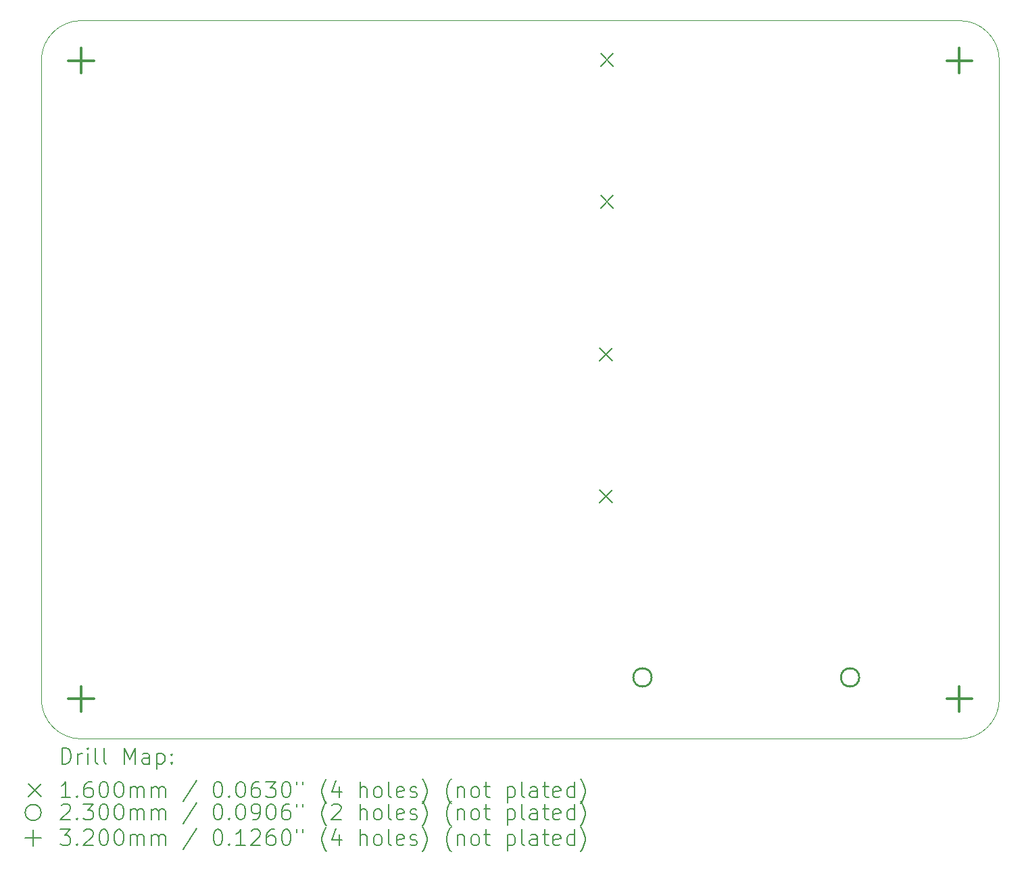
<source format=gbr>
%TF.GenerationSoftware,KiCad,Pcbnew,8.0.3*%
%TF.CreationDate,2024-07-10T23:22:49+09:00*%
%TF.ProjectId,power_6.6V,706f7765-725f-4362-9e36-562e6b696361,rev?*%
%TF.SameCoordinates,PX47868c0PY2faf080*%
%TF.FileFunction,Drillmap*%
%TF.FilePolarity,Positive*%
%FSLAX45Y45*%
G04 Gerber Fmt 4.5, Leading zero omitted, Abs format (unit mm)*
G04 Created by KiCad (PCBNEW 8.0.3) date 2024-07-10 23:22:49*
%MOMM*%
%LPD*%
G01*
G04 APERTURE LIST*
%ADD10C,0.050000*%
%ADD11C,0.200000*%
%ADD12C,0.160000*%
%ADD13C,0.230000*%
%ADD14C,0.320000*%
G04 APERTURE END LIST*
D10*
X12000000Y-8500000D02*
X12000000Y-500000D01*
X11500000Y0D02*
G75*
G02*
X12000000Y-500000I0J-500000D01*
G01*
X500000Y0D02*
X11500000Y0D01*
X0Y-8500000D02*
X0Y-500000D01*
X500000Y-9000000D02*
X11500000Y-9000000D01*
X0Y-500000D02*
G75*
G02*
X500000Y0I500000J0D01*
G01*
X12000000Y-8500000D02*
G75*
G02*
X11500000Y-9000000I-500000J0D01*
G01*
X500000Y-9000000D02*
G75*
G02*
X0Y-8500000I0J500000D01*
G01*
D11*
D12*
X6995000Y-4100000D02*
X7155000Y-4260000D01*
X7155000Y-4100000D02*
X6995000Y-4260000D01*
X6995000Y-5880000D02*
X7155000Y-6040000D01*
X7155000Y-5880000D02*
X6995000Y-6040000D01*
X7005000Y-410000D02*
X7165000Y-570000D01*
X7165000Y-410000D02*
X7005000Y-570000D01*
X7005000Y-2190000D02*
X7165000Y-2350000D01*
X7165000Y-2190000D02*
X7005000Y-2350000D01*
D13*
X7645000Y-8230000D02*
G75*
G02*
X7415000Y-8230000I-115000J0D01*
G01*
X7415000Y-8230000D02*
G75*
G02*
X7645000Y-8230000I115000J0D01*
G01*
X10245000Y-8230000D02*
G75*
G02*
X10015000Y-8230000I-115000J0D01*
G01*
X10015000Y-8230000D02*
G75*
G02*
X10245000Y-8230000I115000J0D01*
G01*
D14*
X500000Y-340000D02*
X500000Y-660000D01*
X340000Y-500000D02*
X660000Y-500000D01*
X500000Y-8340000D02*
X500000Y-8660000D01*
X340000Y-8500000D02*
X660000Y-8500000D01*
X11500000Y-340000D02*
X11500000Y-660000D01*
X11340000Y-500000D02*
X11660000Y-500000D01*
X11500000Y-8340000D02*
X11500000Y-8660000D01*
X11340000Y-8500000D02*
X11660000Y-8500000D01*
D11*
X258277Y-9313984D02*
X258277Y-9113984D01*
X258277Y-9113984D02*
X305896Y-9113984D01*
X305896Y-9113984D02*
X334467Y-9123508D01*
X334467Y-9123508D02*
X353515Y-9142555D01*
X353515Y-9142555D02*
X363039Y-9161603D01*
X363039Y-9161603D02*
X372562Y-9199698D01*
X372562Y-9199698D02*
X372562Y-9228270D01*
X372562Y-9228270D02*
X363039Y-9266365D01*
X363039Y-9266365D02*
X353515Y-9285412D01*
X353515Y-9285412D02*
X334467Y-9304460D01*
X334467Y-9304460D02*
X305896Y-9313984D01*
X305896Y-9313984D02*
X258277Y-9313984D01*
X458277Y-9313984D02*
X458277Y-9180650D01*
X458277Y-9218746D02*
X467801Y-9199698D01*
X467801Y-9199698D02*
X477324Y-9190174D01*
X477324Y-9190174D02*
X496372Y-9180650D01*
X496372Y-9180650D02*
X515420Y-9180650D01*
X582086Y-9313984D02*
X582086Y-9180650D01*
X582086Y-9113984D02*
X572563Y-9123508D01*
X572563Y-9123508D02*
X582086Y-9133031D01*
X582086Y-9133031D02*
X591610Y-9123508D01*
X591610Y-9123508D02*
X582086Y-9113984D01*
X582086Y-9113984D02*
X582086Y-9133031D01*
X705896Y-9313984D02*
X686848Y-9304460D01*
X686848Y-9304460D02*
X677324Y-9285412D01*
X677324Y-9285412D02*
X677324Y-9113984D01*
X810658Y-9313984D02*
X791610Y-9304460D01*
X791610Y-9304460D02*
X782086Y-9285412D01*
X782086Y-9285412D02*
X782086Y-9113984D01*
X1039229Y-9313984D02*
X1039229Y-9113984D01*
X1039229Y-9113984D02*
X1105896Y-9256841D01*
X1105896Y-9256841D02*
X1172563Y-9113984D01*
X1172563Y-9113984D02*
X1172563Y-9313984D01*
X1353515Y-9313984D02*
X1353515Y-9209222D01*
X1353515Y-9209222D02*
X1343991Y-9190174D01*
X1343991Y-9190174D02*
X1324944Y-9180650D01*
X1324944Y-9180650D02*
X1286848Y-9180650D01*
X1286848Y-9180650D02*
X1267801Y-9190174D01*
X1353515Y-9304460D02*
X1334467Y-9313984D01*
X1334467Y-9313984D02*
X1286848Y-9313984D01*
X1286848Y-9313984D02*
X1267801Y-9304460D01*
X1267801Y-9304460D02*
X1258277Y-9285412D01*
X1258277Y-9285412D02*
X1258277Y-9266365D01*
X1258277Y-9266365D02*
X1267801Y-9247317D01*
X1267801Y-9247317D02*
X1286848Y-9237793D01*
X1286848Y-9237793D02*
X1334467Y-9237793D01*
X1334467Y-9237793D02*
X1353515Y-9228270D01*
X1448753Y-9180650D02*
X1448753Y-9380650D01*
X1448753Y-9190174D02*
X1467801Y-9180650D01*
X1467801Y-9180650D02*
X1505896Y-9180650D01*
X1505896Y-9180650D02*
X1524943Y-9190174D01*
X1524943Y-9190174D02*
X1534467Y-9199698D01*
X1534467Y-9199698D02*
X1543991Y-9218746D01*
X1543991Y-9218746D02*
X1543991Y-9275889D01*
X1543991Y-9275889D02*
X1534467Y-9294936D01*
X1534467Y-9294936D02*
X1524943Y-9304460D01*
X1524943Y-9304460D02*
X1505896Y-9313984D01*
X1505896Y-9313984D02*
X1467801Y-9313984D01*
X1467801Y-9313984D02*
X1448753Y-9304460D01*
X1629705Y-9294936D02*
X1639229Y-9304460D01*
X1639229Y-9304460D02*
X1629705Y-9313984D01*
X1629705Y-9313984D02*
X1620182Y-9304460D01*
X1620182Y-9304460D02*
X1629705Y-9294936D01*
X1629705Y-9294936D02*
X1629705Y-9313984D01*
X1629705Y-9190174D02*
X1639229Y-9199698D01*
X1639229Y-9199698D02*
X1629705Y-9209222D01*
X1629705Y-9209222D02*
X1620182Y-9199698D01*
X1620182Y-9199698D02*
X1629705Y-9190174D01*
X1629705Y-9190174D02*
X1629705Y-9209222D01*
D12*
X-162500Y-9562500D02*
X-2500Y-9722500D01*
X-2500Y-9562500D02*
X-162500Y-9722500D01*
D11*
X363039Y-9733984D02*
X248753Y-9733984D01*
X305896Y-9733984D02*
X305896Y-9533984D01*
X305896Y-9533984D02*
X286848Y-9562555D01*
X286848Y-9562555D02*
X267801Y-9581603D01*
X267801Y-9581603D02*
X248753Y-9591127D01*
X448753Y-9714936D02*
X458277Y-9724460D01*
X458277Y-9724460D02*
X448753Y-9733984D01*
X448753Y-9733984D02*
X439229Y-9724460D01*
X439229Y-9724460D02*
X448753Y-9714936D01*
X448753Y-9714936D02*
X448753Y-9733984D01*
X629705Y-9533984D02*
X591610Y-9533984D01*
X591610Y-9533984D02*
X572563Y-9543508D01*
X572563Y-9543508D02*
X563039Y-9553031D01*
X563039Y-9553031D02*
X543991Y-9581603D01*
X543991Y-9581603D02*
X534467Y-9619698D01*
X534467Y-9619698D02*
X534467Y-9695889D01*
X534467Y-9695889D02*
X543991Y-9714936D01*
X543991Y-9714936D02*
X553515Y-9724460D01*
X553515Y-9724460D02*
X572563Y-9733984D01*
X572563Y-9733984D02*
X610658Y-9733984D01*
X610658Y-9733984D02*
X629705Y-9724460D01*
X629705Y-9724460D02*
X639229Y-9714936D01*
X639229Y-9714936D02*
X648753Y-9695889D01*
X648753Y-9695889D02*
X648753Y-9648270D01*
X648753Y-9648270D02*
X639229Y-9629222D01*
X639229Y-9629222D02*
X629705Y-9619698D01*
X629705Y-9619698D02*
X610658Y-9610174D01*
X610658Y-9610174D02*
X572563Y-9610174D01*
X572563Y-9610174D02*
X553515Y-9619698D01*
X553515Y-9619698D02*
X543991Y-9629222D01*
X543991Y-9629222D02*
X534467Y-9648270D01*
X772562Y-9533984D02*
X791610Y-9533984D01*
X791610Y-9533984D02*
X810658Y-9543508D01*
X810658Y-9543508D02*
X820182Y-9553031D01*
X820182Y-9553031D02*
X829705Y-9572079D01*
X829705Y-9572079D02*
X839229Y-9610174D01*
X839229Y-9610174D02*
X839229Y-9657793D01*
X839229Y-9657793D02*
X829705Y-9695889D01*
X829705Y-9695889D02*
X820182Y-9714936D01*
X820182Y-9714936D02*
X810658Y-9724460D01*
X810658Y-9724460D02*
X791610Y-9733984D01*
X791610Y-9733984D02*
X772562Y-9733984D01*
X772562Y-9733984D02*
X753515Y-9724460D01*
X753515Y-9724460D02*
X743991Y-9714936D01*
X743991Y-9714936D02*
X734467Y-9695889D01*
X734467Y-9695889D02*
X724943Y-9657793D01*
X724943Y-9657793D02*
X724943Y-9610174D01*
X724943Y-9610174D02*
X734467Y-9572079D01*
X734467Y-9572079D02*
X743991Y-9553031D01*
X743991Y-9553031D02*
X753515Y-9543508D01*
X753515Y-9543508D02*
X772562Y-9533984D01*
X963039Y-9533984D02*
X982086Y-9533984D01*
X982086Y-9533984D02*
X1001134Y-9543508D01*
X1001134Y-9543508D02*
X1010658Y-9553031D01*
X1010658Y-9553031D02*
X1020182Y-9572079D01*
X1020182Y-9572079D02*
X1029705Y-9610174D01*
X1029705Y-9610174D02*
X1029705Y-9657793D01*
X1029705Y-9657793D02*
X1020182Y-9695889D01*
X1020182Y-9695889D02*
X1010658Y-9714936D01*
X1010658Y-9714936D02*
X1001134Y-9724460D01*
X1001134Y-9724460D02*
X982086Y-9733984D01*
X982086Y-9733984D02*
X963039Y-9733984D01*
X963039Y-9733984D02*
X943991Y-9724460D01*
X943991Y-9724460D02*
X934467Y-9714936D01*
X934467Y-9714936D02*
X924943Y-9695889D01*
X924943Y-9695889D02*
X915420Y-9657793D01*
X915420Y-9657793D02*
X915420Y-9610174D01*
X915420Y-9610174D02*
X924943Y-9572079D01*
X924943Y-9572079D02*
X934467Y-9553031D01*
X934467Y-9553031D02*
X943991Y-9543508D01*
X943991Y-9543508D02*
X963039Y-9533984D01*
X1115420Y-9733984D02*
X1115420Y-9600650D01*
X1115420Y-9619698D02*
X1124944Y-9610174D01*
X1124944Y-9610174D02*
X1143991Y-9600650D01*
X1143991Y-9600650D02*
X1172563Y-9600650D01*
X1172563Y-9600650D02*
X1191610Y-9610174D01*
X1191610Y-9610174D02*
X1201134Y-9629222D01*
X1201134Y-9629222D02*
X1201134Y-9733984D01*
X1201134Y-9629222D02*
X1210658Y-9610174D01*
X1210658Y-9610174D02*
X1229705Y-9600650D01*
X1229705Y-9600650D02*
X1258277Y-9600650D01*
X1258277Y-9600650D02*
X1277325Y-9610174D01*
X1277325Y-9610174D02*
X1286848Y-9629222D01*
X1286848Y-9629222D02*
X1286848Y-9733984D01*
X1382086Y-9733984D02*
X1382086Y-9600650D01*
X1382086Y-9619698D02*
X1391610Y-9610174D01*
X1391610Y-9610174D02*
X1410658Y-9600650D01*
X1410658Y-9600650D02*
X1439229Y-9600650D01*
X1439229Y-9600650D02*
X1458277Y-9610174D01*
X1458277Y-9610174D02*
X1467801Y-9629222D01*
X1467801Y-9629222D02*
X1467801Y-9733984D01*
X1467801Y-9629222D02*
X1477324Y-9610174D01*
X1477324Y-9610174D02*
X1496372Y-9600650D01*
X1496372Y-9600650D02*
X1524943Y-9600650D01*
X1524943Y-9600650D02*
X1543991Y-9610174D01*
X1543991Y-9610174D02*
X1553515Y-9629222D01*
X1553515Y-9629222D02*
X1553515Y-9733984D01*
X1943991Y-9524460D02*
X1772563Y-9781603D01*
X2201134Y-9533984D02*
X2220182Y-9533984D01*
X2220182Y-9533984D02*
X2239229Y-9543508D01*
X2239229Y-9543508D02*
X2248753Y-9553031D01*
X2248753Y-9553031D02*
X2258277Y-9572079D01*
X2258277Y-9572079D02*
X2267801Y-9610174D01*
X2267801Y-9610174D02*
X2267801Y-9657793D01*
X2267801Y-9657793D02*
X2258277Y-9695889D01*
X2258277Y-9695889D02*
X2248753Y-9714936D01*
X2248753Y-9714936D02*
X2239229Y-9724460D01*
X2239229Y-9724460D02*
X2220182Y-9733984D01*
X2220182Y-9733984D02*
X2201134Y-9733984D01*
X2201134Y-9733984D02*
X2182087Y-9724460D01*
X2182087Y-9724460D02*
X2172563Y-9714936D01*
X2172563Y-9714936D02*
X2163039Y-9695889D01*
X2163039Y-9695889D02*
X2153515Y-9657793D01*
X2153515Y-9657793D02*
X2153515Y-9610174D01*
X2153515Y-9610174D02*
X2163039Y-9572079D01*
X2163039Y-9572079D02*
X2172563Y-9553031D01*
X2172563Y-9553031D02*
X2182087Y-9543508D01*
X2182087Y-9543508D02*
X2201134Y-9533984D01*
X2353515Y-9714936D02*
X2363039Y-9724460D01*
X2363039Y-9724460D02*
X2353515Y-9733984D01*
X2353515Y-9733984D02*
X2343991Y-9724460D01*
X2343991Y-9724460D02*
X2353515Y-9714936D01*
X2353515Y-9714936D02*
X2353515Y-9733984D01*
X2486848Y-9533984D02*
X2505896Y-9533984D01*
X2505896Y-9533984D02*
X2524944Y-9543508D01*
X2524944Y-9543508D02*
X2534468Y-9553031D01*
X2534468Y-9553031D02*
X2543991Y-9572079D01*
X2543991Y-9572079D02*
X2553515Y-9610174D01*
X2553515Y-9610174D02*
X2553515Y-9657793D01*
X2553515Y-9657793D02*
X2543991Y-9695889D01*
X2543991Y-9695889D02*
X2534468Y-9714936D01*
X2534468Y-9714936D02*
X2524944Y-9724460D01*
X2524944Y-9724460D02*
X2505896Y-9733984D01*
X2505896Y-9733984D02*
X2486848Y-9733984D01*
X2486848Y-9733984D02*
X2467801Y-9724460D01*
X2467801Y-9724460D02*
X2458277Y-9714936D01*
X2458277Y-9714936D02*
X2448753Y-9695889D01*
X2448753Y-9695889D02*
X2439229Y-9657793D01*
X2439229Y-9657793D02*
X2439229Y-9610174D01*
X2439229Y-9610174D02*
X2448753Y-9572079D01*
X2448753Y-9572079D02*
X2458277Y-9553031D01*
X2458277Y-9553031D02*
X2467801Y-9543508D01*
X2467801Y-9543508D02*
X2486848Y-9533984D01*
X2724944Y-9533984D02*
X2686848Y-9533984D01*
X2686848Y-9533984D02*
X2667801Y-9543508D01*
X2667801Y-9543508D02*
X2658277Y-9553031D01*
X2658277Y-9553031D02*
X2639229Y-9581603D01*
X2639229Y-9581603D02*
X2629706Y-9619698D01*
X2629706Y-9619698D02*
X2629706Y-9695889D01*
X2629706Y-9695889D02*
X2639229Y-9714936D01*
X2639229Y-9714936D02*
X2648753Y-9724460D01*
X2648753Y-9724460D02*
X2667801Y-9733984D01*
X2667801Y-9733984D02*
X2705896Y-9733984D01*
X2705896Y-9733984D02*
X2724944Y-9724460D01*
X2724944Y-9724460D02*
X2734468Y-9714936D01*
X2734468Y-9714936D02*
X2743991Y-9695889D01*
X2743991Y-9695889D02*
X2743991Y-9648270D01*
X2743991Y-9648270D02*
X2734468Y-9629222D01*
X2734468Y-9629222D02*
X2724944Y-9619698D01*
X2724944Y-9619698D02*
X2705896Y-9610174D01*
X2705896Y-9610174D02*
X2667801Y-9610174D01*
X2667801Y-9610174D02*
X2648753Y-9619698D01*
X2648753Y-9619698D02*
X2639229Y-9629222D01*
X2639229Y-9629222D02*
X2629706Y-9648270D01*
X2810658Y-9533984D02*
X2934467Y-9533984D01*
X2934467Y-9533984D02*
X2867801Y-9610174D01*
X2867801Y-9610174D02*
X2896372Y-9610174D01*
X2896372Y-9610174D02*
X2915420Y-9619698D01*
X2915420Y-9619698D02*
X2924944Y-9629222D01*
X2924944Y-9629222D02*
X2934467Y-9648270D01*
X2934467Y-9648270D02*
X2934467Y-9695889D01*
X2934467Y-9695889D02*
X2924944Y-9714936D01*
X2924944Y-9714936D02*
X2915420Y-9724460D01*
X2915420Y-9724460D02*
X2896372Y-9733984D01*
X2896372Y-9733984D02*
X2839229Y-9733984D01*
X2839229Y-9733984D02*
X2820182Y-9724460D01*
X2820182Y-9724460D02*
X2810658Y-9714936D01*
X3058277Y-9533984D02*
X3077325Y-9533984D01*
X3077325Y-9533984D02*
X3096372Y-9543508D01*
X3096372Y-9543508D02*
X3105896Y-9553031D01*
X3105896Y-9553031D02*
X3115420Y-9572079D01*
X3115420Y-9572079D02*
X3124944Y-9610174D01*
X3124944Y-9610174D02*
X3124944Y-9657793D01*
X3124944Y-9657793D02*
X3115420Y-9695889D01*
X3115420Y-9695889D02*
X3105896Y-9714936D01*
X3105896Y-9714936D02*
X3096372Y-9724460D01*
X3096372Y-9724460D02*
X3077325Y-9733984D01*
X3077325Y-9733984D02*
X3058277Y-9733984D01*
X3058277Y-9733984D02*
X3039229Y-9724460D01*
X3039229Y-9724460D02*
X3029706Y-9714936D01*
X3029706Y-9714936D02*
X3020182Y-9695889D01*
X3020182Y-9695889D02*
X3010658Y-9657793D01*
X3010658Y-9657793D02*
X3010658Y-9610174D01*
X3010658Y-9610174D02*
X3020182Y-9572079D01*
X3020182Y-9572079D02*
X3029706Y-9553031D01*
X3029706Y-9553031D02*
X3039229Y-9543508D01*
X3039229Y-9543508D02*
X3058277Y-9533984D01*
X3201134Y-9533984D02*
X3201134Y-9572079D01*
X3277325Y-9533984D02*
X3277325Y-9572079D01*
X3572563Y-9810174D02*
X3563039Y-9800650D01*
X3563039Y-9800650D02*
X3543991Y-9772079D01*
X3543991Y-9772079D02*
X3534468Y-9753031D01*
X3534468Y-9753031D02*
X3524944Y-9724460D01*
X3524944Y-9724460D02*
X3515420Y-9676841D01*
X3515420Y-9676841D02*
X3515420Y-9638746D01*
X3515420Y-9638746D02*
X3524944Y-9591127D01*
X3524944Y-9591127D02*
X3534468Y-9562555D01*
X3534468Y-9562555D02*
X3543991Y-9543508D01*
X3543991Y-9543508D02*
X3563039Y-9514936D01*
X3563039Y-9514936D02*
X3572563Y-9505412D01*
X3734468Y-9600650D02*
X3734468Y-9733984D01*
X3686848Y-9524460D02*
X3639229Y-9667317D01*
X3639229Y-9667317D02*
X3763039Y-9667317D01*
X3991610Y-9733984D02*
X3991610Y-9533984D01*
X4077325Y-9733984D02*
X4077325Y-9629222D01*
X4077325Y-9629222D02*
X4067801Y-9610174D01*
X4067801Y-9610174D02*
X4048753Y-9600650D01*
X4048753Y-9600650D02*
X4020182Y-9600650D01*
X4020182Y-9600650D02*
X4001134Y-9610174D01*
X4001134Y-9610174D02*
X3991610Y-9619698D01*
X4201134Y-9733984D02*
X4182087Y-9724460D01*
X4182087Y-9724460D02*
X4172563Y-9714936D01*
X4172563Y-9714936D02*
X4163039Y-9695889D01*
X4163039Y-9695889D02*
X4163039Y-9638746D01*
X4163039Y-9638746D02*
X4172563Y-9619698D01*
X4172563Y-9619698D02*
X4182087Y-9610174D01*
X4182087Y-9610174D02*
X4201134Y-9600650D01*
X4201134Y-9600650D02*
X4229706Y-9600650D01*
X4229706Y-9600650D02*
X4248753Y-9610174D01*
X4248753Y-9610174D02*
X4258277Y-9619698D01*
X4258277Y-9619698D02*
X4267801Y-9638746D01*
X4267801Y-9638746D02*
X4267801Y-9695889D01*
X4267801Y-9695889D02*
X4258277Y-9714936D01*
X4258277Y-9714936D02*
X4248753Y-9724460D01*
X4248753Y-9724460D02*
X4229706Y-9733984D01*
X4229706Y-9733984D02*
X4201134Y-9733984D01*
X4382087Y-9733984D02*
X4363039Y-9724460D01*
X4363039Y-9724460D02*
X4353515Y-9705412D01*
X4353515Y-9705412D02*
X4353515Y-9533984D01*
X4534468Y-9724460D02*
X4515420Y-9733984D01*
X4515420Y-9733984D02*
X4477325Y-9733984D01*
X4477325Y-9733984D02*
X4458277Y-9724460D01*
X4458277Y-9724460D02*
X4448753Y-9705412D01*
X4448753Y-9705412D02*
X4448753Y-9629222D01*
X4448753Y-9629222D02*
X4458277Y-9610174D01*
X4458277Y-9610174D02*
X4477325Y-9600650D01*
X4477325Y-9600650D02*
X4515420Y-9600650D01*
X4515420Y-9600650D02*
X4534468Y-9610174D01*
X4534468Y-9610174D02*
X4543992Y-9629222D01*
X4543992Y-9629222D02*
X4543992Y-9648270D01*
X4543992Y-9648270D02*
X4448753Y-9667317D01*
X4620182Y-9724460D02*
X4639230Y-9733984D01*
X4639230Y-9733984D02*
X4677325Y-9733984D01*
X4677325Y-9733984D02*
X4696373Y-9724460D01*
X4696373Y-9724460D02*
X4705896Y-9705412D01*
X4705896Y-9705412D02*
X4705896Y-9695889D01*
X4705896Y-9695889D02*
X4696373Y-9676841D01*
X4696373Y-9676841D02*
X4677325Y-9667317D01*
X4677325Y-9667317D02*
X4648753Y-9667317D01*
X4648753Y-9667317D02*
X4629706Y-9657793D01*
X4629706Y-9657793D02*
X4620182Y-9638746D01*
X4620182Y-9638746D02*
X4620182Y-9629222D01*
X4620182Y-9629222D02*
X4629706Y-9610174D01*
X4629706Y-9610174D02*
X4648753Y-9600650D01*
X4648753Y-9600650D02*
X4677325Y-9600650D01*
X4677325Y-9600650D02*
X4696373Y-9610174D01*
X4772563Y-9810174D02*
X4782087Y-9800650D01*
X4782087Y-9800650D02*
X4801134Y-9772079D01*
X4801134Y-9772079D02*
X4810658Y-9753031D01*
X4810658Y-9753031D02*
X4820182Y-9724460D01*
X4820182Y-9724460D02*
X4829706Y-9676841D01*
X4829706Y-9676841D02*
X4829706Y-9638746D01*
X4829706Y-9638746D02*
X4820182Y-9591127D01*
X4820182Y-9591127D02*
X4810658Y-9562555D01*
X4810658Y-9562555D02*
X4801134Y-9543508D01*
X4801134Y-9543508D02*
X4782087Y-9514936D01*
X4782087Y-9514936D02*
X4772563Y-9505412D01*
X5134468Y-9810174D02*
X5124944Y-9800650D01*
X5124944Y-9800650D02*
X5105896Y-9772079D01*
X5105896Y-9772079D02*
X5096373Y-9753031D01*
X5096373Y-9753031D02*
X5086849Y-9724460D01*
X5086849Y-9724460D02*
X5077325Y-9676841D01*
X5077325Y-9676841D02*
X5077325Y-9638746D01*
X5077325Y-9638746D02*
X5086849Y-9591127D01*
X5086849Y-9591127D02*
X5096373Y-9562555D01*
X5096373Y-9562555D02*
X5105896Y-9543508D01*
X5105896Y-9543508D02*
X5124944Y-9514936D01*
X5124944Y-9514936D02*
X5134468Y-9505412D01*
X5210658Y-9600650D02*
X5210658Y-9733984D01*
X5210658Y-9619698D02*
X5220182Y-9610174D01*
X5220182Y-9610174D02*
X5239230Y-9600650D01*
X5239230Y-9600650D02*
X5267801Y-9600650D01*
X5267801Y-9600650D02*
X5286849Y-9610174D01*
X5286849Y-9610174D02*
X5296373Y-9629222D01*
X5296373Y-9629222D02*
X5296373Y-9733984D01*
X5420182Y-9733984D02*
X5401134Y-9724460D01*
X5401134Y-9724460D02*
X5391611Y-9714936D01*
X5391611Y-9714936D02*
X5382087Y-9695889D01*
X5382087Y-9695889D02*
X5382087Y-9638746D01*
X5382087Y-9638746D02*
X5391611Y-9619698D01*
X5391611Y-9619698D02*
X5401134Y-9610174D01*
X5401134Y-9610174D02*
X5420182Y-9600650D01*
X5420182Y-9600650D02*
X5448754Y-9600650D01*
X5448754Y-9600650D02*
X5467801Y-9610174D01*
X5467801Y-9610174D02*
X5477325Y-9619698D01*
X5477325Y-9619698D02*
X5486849Y-9638746D01*
X5486849Y-9638746D02*
X5486849Y-9695889D01*
X5486849Y-9695889D02*
X5477325Y-9714936D01*
X5477325Y-9714936D02*
X5467801Y-9724460D01*
X5467801Y-9724460D02*
X5448754Y-9733984D01*
X5448754Y-9733984D02*
X5420182Y-9733984D01*
X5543992Y-9600650D02*
X5620182Y-9600650D01*
X5572563Y-9533984D02*
X5572563Y-9705412D01*
X5572563Y-9705412D02*
X5582087Y-9724460D01*
X5582087Y-9724460D02*
X5601134Y-9733984D01*
X5601134Y-9733984D02*
X5620182Y-9733984D01*
X5839230Y-9600650D02*
X5839230Y-9800650D01*
X5839230Y-9610174D02*
X5858277Y-9600650D01*
X5858277Y-9600650D02*
X5896373Y-9600650D01*
X5896373Y-9600650D02*
X5915420Y-9610174D01*
X5915420Y-9610174D02*
X5924944Y-9619698D01*
X5924944Y-9619698D02*
X5934468Y-9638746D01*
X5934468Y-9638746D02*
X5934468Y-9695889D01*
X5934468Y-9695889D02*
X5924944Y-9714936D01*
X5924944Y-9714936D02*
X5915420Y-9724460D01*
X5915420Y-9724460D02*
X5896373Y-9733984D01*
X5896373Y-9733984D02*
X5858277Y-9733984D01*
X5858277Y-9733984D02*
X5839230Y-9724460D01*
X6048753Y-9733984D02*
X6029706Y-9724460D01*
X6029706Y-9724460D02*
X6020182Y-9705412D01*
X6020182Y-9705412D02*
X6020182Y-9533984D01*
X6210658Y-9733984D02*
X6210658Y-9629222D01*
X6210658Y-9629222D02*
X6201134Y-9610174D01*
X6201134Y-9610174D02*
X6182087Y-9600650D01*
X6182087Y-9600650D02*
X6143992Y-9600650D01*
X6143992Y-9600650D02*
X6124944Y-9610174D01*
X6210658Y-9724460D02*
X6191611Y-9733984D01*
X6191611Y-9733984D02*
X6143992Y-9733984D01*
X6143992Y-9733984D02*
X6124944Y-9724460D01*
X6124944Y-9724460D02*
X6115420Y-9705412D01*
X6115420Y-9705412D02*
X6115420Y-9686365D01*
X6115420Y-9686365D02*
X6124944Y-9667317D01*
X6124944Y-9667317D02*
X6143992Y-9657793D01*
X6143992Y-9657793D02*
X6191611Y-9657793D01*
X6191611Y-9657793D02*
X6210658Y-9648270D01*
X6277325Y-9600650D02*
X6353515Y-9600650D01*
X6305896Y-9533984D02*
X6305896Y-9705412D01*
X6305896Y-9705412D02*
X6315420Y-9724460D01*
X6315420Y-9724460D02*
X6334468Y-9733984D01*
X6334468Y-9733984D02*
X6353515Y-9733984D01*
X6496373Y-9724460D02*
X6477325Y-9733984D01*
X6477325Y-9733984D02*
X6439230Y-9733984D01*
X6439230Y-9733984D02*
X6420182Y-9724460D01*
X6420182Y-9724460D02*
X6410658Y-9705412D01*
X6410658Y-9705412D02*
X6410658Y-9629222D01*
X6410658Y-9629222D02*
X6420182Y-9610174D01*
X6420182Y-9610174D02*
X6439230Y-9600650D01*
X6439230Y-9600650D02*
X6477325Y-9600650D01*
X6477325Y-9600650D02*
X6496373Y-9610174D01*
X6496373Y-9610174D02*
X6505896Y-9629222D01*
X6505896Y-9629222D02*
X6505896Y-9648270D01*
X6505896Y-9648270D02*
X6410658Y-9667317D01*
X6677325Y-9733984D02*
X6677325Y-9533984D01*
X6677325Y-9724460D02*
X6658277Y-9733984D01*
X6658277Y-9733984D02*
X6620182Y-9733984D01*
X6620182Y-9733984D02*
X6601134Y-9724460D01*
X6601134Y-9724460D02*
X6591611Y-9714936D01*
X6591611Y-9714936D02*
X6582087Y-9695889D01*
X6582087Y-9695889D02*
X6582087Y-9638746D01*
X6582087Y-9638746D02*
X6591611Y-9619698D01*
X6591611Y-9619698D02*
X6601134Y-9610174D01*
X6601134Y-9610174D02*
X6620182Y-9600650D01*
X6620182Y-9600650D02*
X6658277Y-9600650D01*
X6658277Y-9600650D02*
X6677325Y-9610174D01*
X6753515Y-9810174D02*
X6763039Y-9800650D01*
X6763039Y-9800650D02*
X6782087Y-9772079D01*
X6782087Y-9772079D02*
X6791611Y-9753031D01*
X6791611Y-9753031D02*
X6801134Y-9724460D01*
X6801134Y-9724460D02*
X6810658Y-9676841D01*
X6810658Y-9676841D02*
X6810658Y-9638746D01*
X6810658Y-9638746D02*
X6801134Y-9591127D01*
X6801134Y-9591127D02*
X6791611Y-9562555D01*
X6791611Y-9562555D02*
X6782087Y-9543508D01*
X6782087Y-9543508D02*
X6763039Y-9514936D01*
X6763039Y-9514936D02*
X6753515Y-9505412D01*
X-2500Y-9922500D02*
G75*
G02*
X-202500Y-9922500I-100000J0D01*
G01*
X-202500Y-9922500D02*
G75*
G02*
X-2500Y-9922500I100000J0D01*
G01*
X248753Y-9833031D02*
X258277Y-9823508D01*
X258277Y-9823508D02*
X277324Y-9813984D01*
X277324Y-9813984D02*
X324944Y-9813984D01*
X324944Y-9813984D02*
X343991Y-9823508D01*
X343991Y-9823508D02*
X353515Y-9833031D01*
X353515Y-9833031D02*
X363039Y-9852079D01*
X363039Y-9852079D02*
X363039Y-9871127D01*
X363039Y-9871127D02*
X353515Y-9899698D01*
X353515Y-9899698D02*
X239229Y-10013984D01*
X239229Y-10013984D02*
X363039Y-10013984D01*
X448753Y-9994936D02*
X458277Y-10004460D01*
X458277Y-10004460D02*
X448753Y-10013984D01*
X448753Y-10013984D02*
X439229Y-10004460D01*
X439229Y-10004460D02*
X448753Y-9994936D01*
X448753Y-9994936D02*
X448753Y-10013984D01*
X524944Y-9813984D02*
X648753Y-9813984D01*
X648753Y-9813984D02*
X582086Y-9890174D01*
X582086Y-9890174D02*
X610658Y-9890174D01*
X610658Y-9890174D02*
X629705Y-9899698D01*
X629705Y-9899698D02*
X639229Y-9909222D01*
X639229Y-9909222D02*
X648753Y-9928270D01*
X648753Y-9928270D02*
X648753Y-9975889D01*
X648753Y-9975889D02*
X639229Y-9994936D01*
X639229Y-9994936D02*
X629705Y-10004460D01*
X629705Y-10004460D02*
X610658Y-10013984D01*
X610658Y-10013984D02*
X553515Y-10013984D01*
X553515Y-10013984D02*
X534467Y-10004460D01*
X534467Y-10004460D02*
X524944Y-9994936D01*
X772562Y-9813984D02*
X791610Y-9813984D01*
X791610Y-9813984D02*
X810658Y-9823508D01*
X810658Y-9823508D02*
X820182Y-9833031D01*
X820182Y-9833031D02*
X829705Y-9852079D01*
X829705Y-9852079D02*
X839229Y-9890174D01*
X839229Y-9890174D02*
X839229Y-9937793D01*
X839229Y-9937793D02*
X829705Y-9975889D01*
X829705Y-9975889D02*
X820182Y-9994936D01*
X820182Y-9994936D02*
X810658Y-10004460D01*
X810658Y-10004460D02*
X791610Y-10013984D01*
X791610Y-10013984D02*
X772562Y-10013984D01*
X772562Y-10013984D02*
X753515Y-10004460D01*
X753515Y-10004460D02*
X743991Y-9994936D01*
X743991Y-9994936D02*
X734467Y-9975889D01*
X734467Y-9975889D02*
X724943Y-9937793D01*
X724943Y-9937793D02*
X724943Y-9890174D01*
X724943Y-9890174D02*
X734467Y-9852079D01*
X734467Y-9852079D02*
X743991Y-9833031D01*
X743991Y-9833031D02*
X753515Y-9823508D01*
X753515Y-9823508D02*
X772562Y-9813984D01*
X963039Y-9813984D02*
X982086Y-9813984D01*
X982086Y-9813984D02*
X1001134Y-9823508D01*
X1001134Y-9823508D02*
X1010658Y-9833031D01*
X1010658Y-9833031D02*
X1020182Y-9852079D01*
X1020182Y-9852079D02*
X1029705Y-9890174D01*
X1029705Y-9890174D02*
X1029705Y-9937793D01*
X1029705Y-9937793D02*
X1020182Y-9975889D01*
X1020182Y-9975889D02*
X1010658Y-9994936D01*
X1010658Y-9994936D02*
X1001134Y-10004460D01*
X1001134Y-10004460D02*
X982086Y-10013984D01*
X982086Y-10013984D02*
X963039Y-10013984D01*
X963039Y-10013984D02*
X943991Y-10004460D01*
X943991Y-10004460D02*
X934467Y-9994936D01*
X934467Y-9994936D02*
X924943Y-9975889D01*
X924943Y-9975889D02*
X915420Y-9937793D01*
X915420Y-9937793D02*
X915420Y-9890174D01*
X915420Y-9890174D02*
X924943Y-9852079D01*
X924943Y-9852079D02*
X934467Y-9833031D01*
X934467Y-9833031D02*
X943991Y-9823508D01*
X943991Y-9823508D02*
X963039Y-9813984D01*
X1115420Y-10013984D02*
X1115420Y-9880650D01*
X1115420Y-9899698D02*
X1124944Y-9890174D01*
X1124944Y-9890174D02*
X1143991Y-9880650D01*
X1143991Y-9880650D02*
X1172563Y-9880650D01*
X1172563Y-9880650D02*
X1191610Y-9890174D01*
X1191610Y-9890174D02*
X1201134Y-9909222D01*
X1201134Y-9909222D02*
X1201134Y-10013984D01*
X1201134Y-9909222D02*
X1210658Y-9890174D01*
X1210658Y-9890174D02*
X1229705Y-9880650D01*
X1229705Y-9880650D02*
X1258277Y-9880650D01*
X1258277Y-9880650D02*
X1277325Y-9890174D01*
X1277325Y-9890174D02*
X1286848Y-9909222D01*
X1286848Y-9909222D02*
X1286848Y-10013984D01*
X1382086Y-10013984D02*
X1382086Y-9880650D01*
X1382086Y-9899698D02*
X1391610Y-9890174D01*
X1391610Y-9890174D02*
X1410658Y-9880650D01*
X1410658Y-9880650D02*
X1439229Y-9880650D01*
X1439229Y-9880650D02*
X1458277Y-9890174D01*
X1458277Y-9890174D02*
X1467801Y-9909222D01*
X1467801Y-9909222D02*
X1467801Y-10013984D01*
X1467801Y-9909222D02*
X1477324Y-9890174D01*
X1477324Y-9890174D02*
X1496372Y-9880650D01*
X1496372Y-9880650D02*
X1524943Y-9880650D01*
X1524943Y-9880650D02*
X1543991Y-9890174D01*
X1543991Y-9890174D02*
X1553515Y-9909222D01*
X1553515Y-9909222D02*
X1553515Y-10013984D01*
X1943991Y-9804460D02*
X1772563Y-10061603D01*
X2201134Y-9813984D02*
X2220182Y-9813984D01*
X2220182Y-9813984D02*
X2239229Y-9823508D01*
X2239229Y-9823508D02*
X2248753Y-9833031D01*
X2248753Y-9833031D02*
X2258277Y-9852079D01*
X2258277Y-9852079D02*
X2267801Y-9890174D01*
X2267801Y-9890174D02*
X2267801Y-9937793D01*
X2267801Y-9937793D02*
X2258277Y-9975889D01*
X2258277Y-9975889D02*
X2248753Y-9994936D01*
X2248753Y-9994936D02*
X2239229Y-10004460D01*
X2239229Y-10004460D02*
X2220182Y-10013984D01*
X2220182Y-10013984D02*
X2201134Y-10013984D01*
X2201134Y-10013984D02*
X2182087Y-10004460D01*
X2182087Y-10004460D02*
X2172563Y-9994936D01*
X2172563Y-9994936D02*
X2163039Y-9975889D01*
X2163039Y-9975889D02*
X2153515Y-9937793D01*
X2153515Y-9937793D02*
X2153515Y-9890174D01*
X2153515Y-9890174D02*
X2163039Y-9852079D01*
X2163039Y-9852079D02*
X2172563Y-9833031D01*
X2172563Y-9833031D02*
X2182087Y-9823508D01*
X2182087Y-9823508D02*
X2201134Y-9813984D01*
X2353515Y-9994936D02*
X2363039Y-10004460D01*
X2363039Y-10004460D02*
X2353515Y-10013984D01*
X2353515Y-10013984D02*
X2343991Y-10004460D01*
X2343991Y-10004460D02*
X2353515Y-9994936D01*
X2353515Y-9994936D02*
X2353515Y-10013984D01*
X2486848Y-9813984D02*
X2505896Y-9813984D01*
X2505896Y-9813984D02*
X2524944Y-9823508D01*
X2524944Y-9823508D02*
X2534468Y-9833031D01*
X2534468Y-9833031D02*
X2543991Y-9852079D01*
X2543991Y-9852079D02*
X2553515Y-9890174D01*
X2553515Y-9890174D02*
X2553515Y-9937793D01*
X2553515Y-9937793D02*
X2543991Y-9975889D01*
X2543991Y-9975889D02*
X2534468Y-9994936D01*
X2534468Y-9994936D02*
X2524944Y-10004460D01*
X2524944Y-10004460D02*
X2505896Y-10013984D01*
X2505896Y-10013984D02*
X2486848Y-10013984D01*
X2486848Y-10013984D02*
X2467801Y-10004460D01*
X2467801Y-10004460D02*
X2458277Y-9994936D01*
X2458277Y-9994936D02*
X2448753Y-9975889D01*
X2448753Y-9975889D02*
X2439229Y-9937793D01*
X2439229Y-9937793D02*
X2439229Y-9890174D01*
X2439229Y-9890174D02*
X2448753Y-9852079D01*
X2448753Y-9852079D02*
X2458277Y-9833031D01*
X2458277Y-9833031D02*
X2467801Y-9823508D01*
X2467801Y-9823508D02*
X2486848Y-9813984D01*
X2648753Y-10013984D02*
X2686848Y-10013984D01*
X2686848Y-10013984D02*
X2705896Y-10004460D01*
X2705896Y-10004460D02*
X2715420Y-9994936D01*
X2715420Y-9994936D02*
X2734468Y-9966365D01*
X2734468Y-9966365D02*
X2743991Y-9928270D01*
X2743991Y-9928270D02*
X2743991Y-9852079D01*
X2743991Y-9852079D02*
X2734468Y-9833031D01*
X2734468Y-9833031D02*
X2724944Y-9823508D01*
X2724944Y-9823508D02*
X2705896Y-9813984D01*
X2705896Y-9813984D02*
X2667801Y-9813984D01*
X2667801Y-9813984D02*
X2648753Y-9823508D01*
X2648753Y-9823508D02*
X2639229Y-9833031D01*
X2639229Y-9833031D02*
X2629706Y-9852079D01*
X2629706Y-9852079D02*
X2629706Y-9899698D01*
X2629706Y-9899698D02*
X2639229Y-9918746D01*
X2639229Y-9918746D02*
X2648753Y-9928270D01*
X2648753Y-9928270D02*
X2667801Y-9937793D01*
X2667801Y-9937793D02*
X2705896Y-9937793D01*
X2705896Y-9937793D02*
X2724944Y-9928270D01*
X2724944Y-9928270D02*
X2734468Y-9918746D01*
X2734468Y-9918746D02*
X2743991Y-9899698D01*
X2867801Y-9813984D02*
X2886848Y-9813984D01*
X2886848Y-9813984D02*
X2905896Y-9823508D01*
X2905896Y-9823508D02*
X2915420Y-9833031D01*
X2915420Y-9833031D02*
X2924944Y-9852079D01*
X2924944Y-9852079D02*
X2934467Y-9890174D01*
X2934467Y-9890174D02*
X2934467Y-9937793D01*
X2934467Y-9937793D02*
X2924944Y-9975889D01*
X2924944Y-9975889D02*
X2915420Y-9994936D01*
X2915420Y-9994936D02*
X2905896Y-10004460D01*
X2905896Y-10004460D02*
X2886848Y-10013984D01*
X2886848Y-10013984D02*
X2867801Y-10013984D01*
X2867801Y-10013984D02*
X2848753Y-10004460D01*
X2848753Y-10004460D02*
X2839229Y-9994936D01*
X2839229Y-9994936D02*
X2829706Y-9975889D01*
X2829706Y-9975889D02*
X2820182Y-9937793D01*
X2820182Y-9937793D02*
X2820182Y-9890174D01*
X2820182Y-9890174D02*
X2829706Y-9852079D01*
X2829706Y-9852079D02*
X2839229Y-9833031D01*
X2839229Y-9833031D02*
X2848753Y-9823508D01*
X2848753Y-9823508D02*
X2867801Y-9813984D01*
X3105896Y-9813984D02*
X3067801Y-9813984D01*
X3067801Y-9813984D02*
X3048753Y-9823508D01*
X3048753Y-9823508D02*
X3039229Y-9833031D01*
X3039229Y-9833031D02*
X3020182Y-9861603D01*
X3020182Y-9861603D02*
X3010658Y-9899698D01*
X3010658Y-9899698D02*
X3010658Y-9975889D01*
X3010658Y-9975889D02*
X3020182Y-9994936D01*
X3020182Y-9994936D02*
X3029706Y-10004460D01*
X3029706Y-10004460D02*
X3048753Y-10013984D01*
X3048753Y-10013984D02*
X3086848Y-10013984D01*
X3086848Y-10013984D02*
X3105896Y-10004460D01*
X3105896Y-10004460D02*
X3115420Y-9994936D01*
X3115420Y-9994936D02*
X3124944Y-9975889D01*
X3124944Y-9975889D02*
X3124944Y-9928270D01*
X3124944Y-9928270D02*
X3115420Y-9909222D01*
X3115420Y-9909222D02*
X3105896Y-9899698D01*
X3105896Y-9899698D02*
X3086848Y-9890174D01*
X3086848Y-9890174D02*
X3048753Y-9890174D01*
X3048753Y-9890174D02*
X3029706Y-9899698D01*
X3029706Y-9899698D02*
X3020182Y-9909222D01*
X3020182Y-9909222D02*
X3010658Y-9928270D01*
X3201134Y-9813984D02*
X3201134Y-9852079D01*
X3277325Y-9813984D02*
X3277325Y-9852079D01*
X3572563Y-10090174D02*
X3563039Y-10080650D01*
X3563039Y-10080650D02*
X3543991Y-10052079D01*
X3543991Y-10052079D02*
X3534468Y-10033031D01*
X3534468Y-10033031D02*
X3524944Y-10004460D01*
X3524944Y-10004460D02*
X3515420Y-9956841D01*
X3515420Y-9956841D02*
X3515420Y-9918746D01*
X3515420Y-9918746D02*
X3524944Y-9871127D01*
X3524944Y-9871127D02*
X3534468Y-9842555D01*
X3534468Y-9842555D02*
X3543991Y-9823508D01*
X3543991Y-9823508D02*
X3563039Y-9794936D01*
X3563039Y-9794936D02*
X3572563Y-9785412D01*
X3639229Y-9833031D02*
X3648753Y-9823508D01*
X3648753Y-9823508D02*
X3667801Y-9813984D01*
X3667801Y-9813984D02*
X3715420Y-9813984D01*
X3715420Y-9813984D02*
X3734468Y-9823508D01*
X3734468Y-9823508D02*
X3743991Y-9833031D01*
X3743991Y-9833031D02*
X3753515Y-9852079D01*
X3753515Y-9852079D02*
X3753515Y-9871127D01*
X3753515Y-9871127D02*
X3743991Y-9899698D01*
X3743991Y-9899698D02*
X3629706Y-10013984D01*
X3629706Y-10013984D02*
X3753515Y-10013984D01*
X3991610Y-10013984D02*
X3991610Y-9813984D01*
X4077325Y-10013984D02*
X4077325Y-9909222D01*
X4077325Y-9909222D02*
X4067801Y-9890174D01*
X4067801Y-9890174D02*
X4048753Y-9880650D01*
X4048753Y-9880650D02*
X4020182Y-9880650D01*
X4020182Y-9880650D02*
X4001134Y-9890174D01*
X4001134Y-9890174D02*
X3991610Y-9899698D01*
X4201134Y-10013984D02*
X4182087Y-10004460D01*
X4182087Y-10004460D02*
X4172563Y-9994936D01*
X4172563Y-9994936D02*
X4163039Y-9975889D01*
X4163039Y-9975889D02*
X4163039Y-9918746D01*
X4163039Y-9918746D02*
X4172563Y-9899698D01*
X4172563Y-9899698D02*
X4182087Y-9890174D01*
X4182087Y-9890174D02*
X4201134Y-9880650D01*
X4201134Y-9880650D02*
X4229706Y-9880650D01*
X4229706Y-9880650D02*
X4248753Y-9890174D01*
X4248753Y-9890174D02*
X4258277Y-9899698D01*
X4258277Y-9899698D02*
X4267801Y-9918746D01*
X4267801Y-9918746D02*
X4267801Y-9975889D01*
X4267801Y-9975889D02*
X4258277Y-9994936D01*
X4258277Y-9994936D02*
X4248753Y-10004460D01*
X4248753Y-10004460D02*
X4229706Y-10013984D01*
X4229706Y-10013984D02*
X4201134Y-10013984D01*
X4382087Y-10013984D02*
X4363039Y-10004460D01*
X4363039Y-10004460D02*
X4353515Y-9985412D01*
X4353515Y-9985412D02*
X4353515Y-9813984D01*
X4534468Y-10004460D02*
X4515420Y-10013984D01*
X4515420Y-10013984D02*
X4477325Y-10013984D01*
X4477325Y-10013984D02*
X4458277Y-10004460D01*
X4458277Y-10004460D02*
X4448753Y-9985412D01*
X4448753Y-9985412D02*
X4448753Y-9909222D01*
X4448753Y-9909222D02*
X4458277Y-9890174D01*
X4458277Y-9890174D02*
X4477325Y-9880650D01*
X4477325Y-9880650D02*
X4515420Y-9880650D01*
X4515420Y-9880650D02*
X4534468Y-9890174D01*
X4534468Y-9890174D02*
X4543992Y-9909222D01*
X4543992Y-9909222D02*
X4543992Y-9928270D01*
X4543992Y-9928270D02*
X4448753Y-9947317D01*
X4620182Y-10004460D02*
X4639230Y-10013984D01*
X4639230Y-10013984D02*
X4677325Y-10013984D01*
X4677325Y-10013984D02*
X4696373Y-10004460D01*
X4696373Y-10004460D02*
X4705896Y-9985412D01*
X4705896Y-9985412D02*
X4705896Y-9975889D01*
X4705896Y-9975889D02*
X4696373Y-9956841D01*
X4696373Y-9956841D02*
X4677325Y-9947317D01*
X4677325Y-9947317D02*
X4648753Y-9947317D01*
X4648753Y-9947317D02*
X4629706Y-9937793D01*
X4629706Y-9937793D02*
X4620182Y-9918746D01*
X4620182Y-9918746D02*
X4620182Y-9909222D01*
X4620182Y-9909222D02*
X4629706Y-9890174D01*
X4629706Y-9890174D02*
X4648753Y-9880650D01*
X4648753Y-9880650D02*
X4677325Y-9880650D01*
X4677325Y-9880650D02*
X4696373Y-9890174D01*
X4772563Y-10090174D02*
X4782087Y-10080650D01*
X4782087Y-10080650D02*
X4801134Y-10052079D01*
X4801134Y-10052079D02*
X4810658Y-10033031D01*
X4810658Y-10033031D02*
X4820182Y-10004460D01*
X4820182Y-10004460D02*
X4829706Y-9956841D01*
X4829706Y-9956841D02*
X4829706Y-9918746D01*
X4829706Y-9918746D02*
X4820182Y-9871127D01*
X4820182Y-9871127D02*
X4810658Y-9842555D01*
X4810658Y-9842555D02*
X4801134Y-9823508D01*
X4801134Y-9823508D02*
X4782087Y-9794936D01*
X4782087Y-9794936D02*
X4772563Y-9785412D01*
X5134468Y-10090174D02*
X5124944Y-10080650D01*
X5124944Y-10080650D02*
X5105896Y-10052079D01*
X5105896Y-10052079D02*
X5096373Y-10033031D01*
X5096373Y-10033031D02*
X5086849Y-10004460D01*
X5086849Y-10004460D02*
X5077325Y-9956841D01*
X5077325Y-9956841D02*
X5077325Y-9918746D01*
X5077325Y-9918746D02*
X5086849Y-9871127D01*
X5086849Y-9871127D02*
X5096373Y-9842555D01*
X5096373Y-9842555D02*
X5105896Y-9823508D01*
X5105896Y-9823508D02*
X5124944Y-9794936D01*
X5124944Y-9794936D02*
X5134468Y-9785412D01*
X5210658Y-9880650D02*
X5210658Y-10013984D01*
X5210658Y-9899698D02*
X5220182Y-9890174D01*
X5220182Y-9890174D02*
X5239230Y-9880650D01*
X5239230Y-9880650D02*
X5267801Y-9880650D01*
X5267801Y-9880650D02*
X5286849Y-9890174D01*
X5286849Y-9890174D02*
X5296373Y-9909222D01*
X5296373Y-9909222D02*
X5296373Y-10013984D01*
X5420182Y-10013984D02*
X5401134Y-10004460D01*
X5401134Y-10004460D02*
X5391611Y-9994936D01*
X5391611Y-9994936D02*
X5382087Y-9975889D01*
X5382087Y-9975889D02*
X5382087Y-9918746D01*
X5382087Y-9918746D02*
X5391611Y-9899698D01*
X5391611Y-9899698D02*
X5401134Y-9890174D01*
X5401134Y-9890174D02*
X5420182Y-9880650D01*
X5420182Y-9880650D02*
X5448754Y-9880650D01*
X5448754Y-9880650D02*
X5467801Y-9890174D01*
X5467801Y-9890174D02*
X5477325Y-9899698D01*
X5477325Y-9899698D02*
X5486849Y-9918746D01*
X5486849Y-9918746D02*
X5486849Y-9975889D01*
X5486849Y-9975889D02*
X5477325Y-9994936D01*
X5477325Y-9994936D02*
X5467801Y-10004460D01*
X5467801Y-10004460D02*
X5448754Y-10013984D01*
X5448754Y-10013984D02*
X5420182Y-10013984D01*
X5543992Y-9880650D02*
X5620182Y-9880650D01*
X5572563Y-9813984D02*
X5572563Y-9985412D01*
X5572563Y-9985412D02*
X5582087Y-10004460D01*
X5582087Y-10004460D02*
X5601134Y-10013984D01*
X5601134Y-10013984D02*
X5620182Y-10013984D01*
X5839230Y-9880650D02*
X5839230Y-10080650D01*
X5839230Y-9890174D02*
X5858277Y-9880650D01*
X5858277Y-9880650D02*
X5896373Y-9880650D01*
X5896373Y-9880650D02*
X5915420Y-9890174D01*
X5915420Y-9890174D02*
X5924944Y-9899698D01*
X5924944Y-9899698D02*
X5934468Y-9918746D01*
X5934468Y-9918746D02*
X5934468Y-9975889D01*
X5934468Y-9975889D02*
X5924944Y-9994936D01*
X5924944Y-9994936D02*
X5915420Y-10004460D01*
X5915420Y-10004460D02*
X5896373Y-10013984D01*
X5896373Y-10013984D02*
X5858277Y-10013984D01*
X5858277Y-10013984D02*
X5839230Y-10004460D01*
X6048753Y-10013984D02*
X6029706Y-10004460D01*
X6029706Y-10004460D02*
X6020182Y-9985412D01*
X6020182Y-9985412D02*
X6020182Y-9813984D01*
X6210658Y-10013984D02*
X6210658Y-9909222D01*
X6210658Y-9909222D02*
X6201134Y-9890174D01*
X6201134Y-9890174D02*
X6182087Y-9880650D01*
X6182087Y-9880650D02*
X6143992Y-9880650D01*
X6143992Y-9880650D02*
X6124944Y-9890174D01*
X6210658Y-10004460D02*
X6191611Y-10013984D01*
X6191611Y-10013984D02*
X6143992Y-10013984D01*
X6143992Y-10013984D02*
X6124944Y-10004460D01*
X6124944Y-10004460D02*
X6115420Y-9985412D01*
X6115420Y-9985412D02*
X6115420Y-9966365D01*
X6115420Y-9966365D02*
X6124944Y-9947317D01*
X6124944Y-9947317D02*
X6143992Y-9937793D01*
X6143992Y-9937793D02*
X6191611Y-9937793D01*
X6191611Y-9937793D02*
X6210658Y-9928270D01*
X6277325Y-9880650D02*
X6353515Y-9880650D01*
X6305896Y-9813984D02*
X6305896Y-9985412D01*
X6305896Y-9985412D02*
X6315420Y-10004460D01*
X6315420Y-10004460D02*
X6334468Y-10013984D01*
X6334468Y-10013984D02*
X6353515Y-10013984D01*
X6496373Y-10004460D02*
X6477325Y-10013984D01*
X6477325Y-10013984D02*
X6439230Y-10013984D01*
X6439230Y-10013984D02*
X6420182Y-10004460D01*
X6420182Y-10004460D02*
X6410658Y-9985412D01*
X6410658Y-9985412D02*
X6410658Y-9909222D01*
X6410658Y-9909222D02*
X6420182Y-9890174D01*
X6420182Y-9890174D02*
X6439230Y-9880650D01*
X6439230Y-9880650D02*
X6477325Y-9880650D01*
X6477325Y-9880650D02*
X6496373Y-9890174D01*
X6496373Y-9890174D02*
X6505896Y-9909222D01*
X6505896Y-9909222D02*
X6505896Y-9928270D01*
X6505896Y-9928270D02*
X6410658Y-9947317D01*
X6677325Y-10013984D02*
X6677325Y-9813984D01*
X6677325Y-10004460D02*
X6658277Y-10013984D01*
X6658277Y-10013984D02*
X6620182Y-10013984D01*
X6620182Y-10013984D02*
X6601134Y-10004460D01*
X6601134Y-10004460D02*
X6591611Y-9994936D01*
X6591611Y-9994936D02*
X6582087Y-9975889D01*
X6582087Y-9975889D02*
X6582087Y-9918746D01*
X6582087Y-9918746D02*
X6591611Y-9899698D01*
X6591611Y-9899698D02*
X6601134Y-9890174D01*
X6601134Y-9890174D02*
X6620182Y-9880650D01*
X6620182Y-9880650D02*
X6658277Y-9880650D01*
X6658277Y-9880650D02*
X6677325Y-9890174D01*
X6753515Y-10090174D02*
X6763039Y-10080650D01*
X6763039Y-10080650D02*
X6782087Y-10052079D01*
X6782087Y-10052079D02*
X6791611Y-10033031D01*
X6791611Y-10033031D02*
X6801134Y-10004460D01*
X6801134Y-10004460D02*
X6810658Y-9956841D01*
X6810658Y-9956841D02*
X6810658Y-9918746D01*
X6810658Y-9918746D02*
X6801134Y-9871127D01*
X6801134Y-9871127D02*
X6791611Y-9842555D01*
X6791611Y-9842555D02*
X6782087Y-9823508D01*
X6782087Y-9823508D02*
X6763039Y-9794936D01*
X6763039Y-9794936D02*
X6753515Y-9785412D01*
X-102500Y-10142500D02*
X-102500Y-10342500D01*
X-202500Y-10242500D02*
X-2500Y-10242500D01*
X239229Y-10133984D02*
X363039Y-10133984D01*
X363039Y-10133984D02*
X296372Y-10210174D01*
X296372Y-10210174D02*
X324944Y-10210174D01*
X324944Y-10210174D02*
X343991Y-10219698D01*
X343991Y-10219698D02*
X353515Y-10229222D01*
X353515Y-10229222D02*
X363039Y-10248270D01*
X363039Y-10248270D02*
X363039Y-10295889D01*
X363039Y-10295889D02*
X353515Y-10314936D01*
X353515Y-10314936D02*
X343991Y-10324460D01*
X343991Y-10324460D02*
X324944Y-10333984D01*
X324944Y-10333984D02*
X267801Y-10333984D01*
X267801Y-10333984D02*
X248753Y-10324460D01*
X248753Y-10324460D02*
X239229Y-10314936D01*
X448753Y-10314936D02*
X458277Y-10324460D01*
X458277Y-10324460D02*
X448753Y-10333984D01*
X448753Y-10333984D02*
X439229Y-10324460D01*
X439229Y-10324460D02*
X448753Y-10314936D01*
X448753Y-10314936D02*
X448753Y-10333984D01*
X534467Y-10153031D02*
X543991Y-10143508D01*
X543991Y-10143508D02*
X563039Y-10133984D01*
X563039Y-10133984D02*
X610658Y-10133984D01*
X610658Y-10133984D02*
X629705Y-10143508D01*
X629705Y-10143508D02*
X639229Y-10153031D01*
X639229Y-10153031D02*
X648753Y-10172079D01*
X648753Y-10172079D02*
X648753Y-10191127D01*
X648753Y-10191127D02*
X639229Y-10219698D01*
X639229Y-10219698D02*
X524944Y-10333984D01*
X524944Y-10333984D02*
X648753Y-10333984D01*
X772562Y-10133984D02*
X791610Y-10133984D01*
X791610Y-10133984D02*
X810658Y-10143508D01*
X810658Y-10143508D02*
X820182Y-10153031D01*
X820182Y-10153031D02*
X829705Y-10172079D01*
X829705Y-10172079D02*
X839229Y-10210174D01*
X839229Y-10210174D02*
X839229Y-10257793D01*
X839229Y-10257793D02*
X829705Y-10295889D01*
X829705Y-10295889D02*
X820182Y-10314936D01*
X820182Y-10314936D02*
X810658Y-10324460D01*
X810658Y-10324460D02*
X791610Y-10333984D01*
X791610Y-10333984D02*
X772562Y-10333984D01*
X772562Y-10333984D02*
X753515Y-10324460D01*
X753515Y-10324460D02*
X743991Y-10314936D01*
X743991Y-10314936D02*
X734467Y-10295889D01*
X734467Y-10295889D02*
X724943Y-10257793D01*
X724943Y-10257793D02*
X724943Y-10210174D01*
X724943Y-10210174D02*
X734467Y-10172079D01*
X734467Y-10172079D02*
X743991Y-10153031D01*
X743991Y-10153031D02*
X753515Y-10143508D01*
X753515Y-10143508D02*
X772562Y-10133984D01*
X963039Y-10133984D02*
X982086Y-10133984D01*
X982086Y-10133984D02*
X1001134Y-10143508D01*
X1001134Y-10143508D02*
X1010658Y-10153031D01*
X1010658Y-10153031D02*
X1020182Y-10172079D01*
X1020182Y-10172079D02*
X1029705Y-10210174D01*
X1029705Y-10210174D02*
X1029705Y-10257793D01*
X1029705Y-10257793D02*
X1020182Y-10295889D01*
X1020182Y-10295889D02*
X1010658Y-10314936D01*
X1010658Y-10314936D02*
X1001134Y-10324460D01*
X1001134Y-10324460D02*
X982086Y-10333984D01*
X982086Y-10333984D02*
X963039Y-10333984D01*
X963039Y-10333984D02*
X943991Y-10324460D01*
X943991Y-10324460D02*
X934467Y-10314936D01*
X934467Y-10314936D02*
X924943Y-10295889D01*
X924943Y-10295889D02*
X915420Y-10257793D01*
X915420Y-10257793D02*
X915420Y-10210174D01*
X915420Y-10210174D02*
X924943Y-10172079D01*
X924943Y-10172079D02*
X934467Y-10153031D01*
X934467Y-10153031D02*
X943991Y-10143508D01*
X943991Y-10143508D02*
X963039Y-10133984D01*
X1115420Y-10333984D02*
X1115420Y-10200650D01*
X1115420Y-10219698D02*
X1124944Y-10210174D01*
X1124944Y-10210174D02*
X1143991Y-10200650D01*
X1143991Y-10200650D02*
X1172563Y-10200650D01*
X1172563Y-10200650D02*
X1191610Y-10210174D01*
X1191610Y-10210174D02*
X1201134Y-10229222D01*
X1201134Y-10229222D02*
X1201134Y-10333984D01*
X1201134Y-10229222D02*
X1210658Y-10210174D01*
X1210658Y-10210174D02*
X1229705Y-10200650D01*
X1229705Y-10200650D02*
X1258277Y-10200650D01*
X1258277Y-10200650D02*
X1277325Y-10210174D01*
X1277325Y-10210174D02*
X1286848Y-10229222D01*
X1286848Y-10229222D02*
X1286848Y-10333984D01*
X1382086Y-10333984D02*
X1382086Y-10200650D01*
X1382086Y-10219698D02*
X1391610Y-10210174D01*
X1391610Y-10210174D02*
X1410658Y-10200650D01*
X1410658Y-10200650D02*
X1439229Y-10200650D01*
X1439229Y-10200650D02*
X1458277Y-10210174D01*
X1458277Y-10210174D02*
X1467801Y-10229222D01*
X1467801Y-10229222D02*
X1467801Y-10333984D01*
X1467801Y-10229222D02*
X1477324Y-10210174D01*
X1477324Y-10210174D02*
X1496372Y-10200650D01*
X1496372Y-10200650D02*
X1524943Y-10200650D01*
X1524943Y-10200650D02*
X1543991Y-10210174D01*
X1543991Y-10210174D02*
X1553515Y-10229222D01*
X1553515Y-10229222D02*
X1553515Y-10333984D01*
X1943991Y-10124460D02*
X1772563Y-10381603D01*
X2201134Y-10133984D02*
X2220182Y-10133984D01*
X2220182Y-10133984D02*
X2239229Y-10143508D01*
X2239229Y-10143508D02*
X2248753Y-10153031D01*
X2248753Y-10153031D02*
X2258277Y-10172079D01*
X2258277Y-10172079D02*
X2267801Y-10210174D01*
X2267801Y-10210174D02*
X2267801Y-10257793D01*
X2267801Y-10257793D02*
X2258277Y-10295889D01*
X2258277Y-10295889D02*
X2248753Y-10314936D01*
X2248753Y-10314936D02*
X2239229Y-10324460D01*
X2239229Y-10324460D02*
X2220182Y-10333984D01*
X2220182Y-10333984D02*
X2201134Y-10333984D01*
X2201134Y-10333984D02*
X2182087Y-10324460D01*
X2182087Y-10324460D02*
X2172563Y-10314936D01*
X2172563Y-10314936D02*
X2163039Y-10295889D01*
X2163039Y-10295889D02*
X2153515Y-10257793D01*
X2153515Y-10257793D02*
X2153515Y-10210174D01*
X2153515Y-10210174D02*
X2163039Y-10172079D01*
X2163039Y-10172079D02*
X2172563Y-10153031D01*
X2172563Y-10153031D02*
X2182087Y-10143508D01*
X2182087Y-10143508D02*
X2201134Y-10133984D01*
X2353515Y-10314936D02*
X2363039Y-10324460D01*
X2363039Y-10324460D02*
X2353515Y-10333984D01*
X2353515Y-10333984D02*
X2343991Y-10324460D01*
X2343991Y-10324460D02*
X2353515Y-10314936D01*
X2353515Y-10314936D02*
X2353515Y-10333984D01*
X2553515Y-10333984D02*
X2439229Y-10333984D01*
X2496372Y-10333984D02*
X2496372Y-10133984D01*
X2496372Y-10133984D02*
X2477325Y-10162555D01*
X2477325Y-10162555D02*
X2458277Y-10181603D01*
X2458277Y-10181603D02*
X2439229Y-10191127D01*
X2629706Y-10153031D02*
X2639229Y-10143508D01*
X2639229Y-10143508D02*
X2658277Y-10133984D01*
X2658277Y-10133984D02*
X2705896Y-10133984D01*
X2705896Y-10133984D02*
X2724944Y-10143508D01*
X2724944Y-10143508D02*
X2734468Y-10153031D01*
X2734468Y-10153031D02*
X2743991Y-10172079D01*
X2743991Y-10172079D02*
X2743991Y-10191127D01*
X2743991Y-10191127D02*
X2734468Y-10219698D01*
X2734468Y-10219698D02*
X2620182Y-10333984D01*
X2620182Y-10333984D02*
X2743991Y-10333984D01*
X2915420Y-10133984D02*
X2877325Y-10133984D01*
X2877325Y-10133984D02*
X2858277Y-10143508D01*
X2858277Y-10143508D02*
X2848753Y-10153031D01*
X2848753Y-10153031D02*
X2829706Y-10181603D01*
X2829706Y-10181603D02*
X2820182Y-10219698D01*
X2820182Y-10219698D02*
X2820182Y-10295889D01*
X2820182Y-10295889D02*
X2829706Y-10314936D01*
X2829706Y-10314936D02*
X2839229Y-10324460D01*
X2839229Y-10324460D02*
X2858277Y-10333984D01*
X2858277Y-10333984D02*
X2896372Y-10333984D01*
X2896372Y-10333984D02*
X2915420Y-10324460D01*
X2915420Y-10324460D02*
X2924944Y-10314936D01*
X2924944Y-10314936D02*
X2934467Y-10295889D01*
X2934467Y-10295889D02*
X2934467Y-10248270D01*
X2934467Y-10248270D02*
X2924944Y-10229222D01*
X2924944Y-10229222D02*
X2915420Y-10219698D01*
X2915420Y-10219698D02*
X2896372Y-10210174D01*
X2896372Y-10210174D02*
X2858277Y-10210174D01*
X2858277Y-10210174D02*
X2839229Y-10219698D01*
X2839229Y-10219698D02*
X2829706Y-10229222D01*
X2829706Y-10229222D02*
X2820182Y-10248270D01*
X3058277Y-10133984D02*
X3077325Y-10133984D01*
X3077325Y-10133984D02*
X3096372Y-10143508D01*
X3096372Y-10143508D02*
X3105896Y-10153031D01*
X3105896Y-10153031D02*
X3115420Y-10172079D01*
X3115420Y-10172079D02*
X3124944Y-10210174D01*
X3124944Y-10210174D02*
X3124944Y-10257793D01*
X3124944Y-10257793D02*
X3115420Y-10295889D01*
X3115420Y-10295889D02*
X3105896Y-10314936D01*
X3105896Y-10314936D02*
X3096372Y-10324460D01*
X3096372Y-10324460D02*
X3077325Y-10333984D01*
X3077325Y-10333984D02*
X3058277Y-10333984D01*
X3058277Y-10333984D02*
X3039229Y-10324460D01*
X3039229Y-10324460D02*
X3029706Y-10314936D01*
X3029706Y-10314936D02*
X3020182Y-10295889D01*
X3020182Y-10295889D02*
X3010658Y-10257793D01*
X3010658Y-10257793D02*
X3010658Y-10210174D01*
X3010658Y-10210174D02*
X3020182Y-10172079D01*
X3020182Y-10172079D02*
X3029706Y-10153031D01*
X3029706Y-10153031D02*
X3039229Y-10143508D01*
X3039229Y-10143508D02*
X3058277Y-10133984D01*
X3201134Y-10133984D02*
X3201134Y-10172079D01*
X3277325Y-10133984D02*
X3277325Y-10172079D01*
X3572563Y-10410174D02*
X3563039Y-10400650D01*
X3563039Y-10400650D02*
X3543991Y-10372079D01*
X3543991Y-10372079D02*
X3534468Y-10353031D01*
X3534468Y-10353031D02*
X3524944Y-10324460D01*
X3524944Y-10324460D02*
X3515420Y-10276841D01*
X3515420Y-10276841D02*
X3515420Y-10238746D01*
X3515420Y-10238746D02*
X3524944Y-10191127D01*
X3524944Y-10191127D02*
X3534468Y-10162555D01*
X3534468Y-10162555D02*
X3543991Y-10143508D01*
X3543991Y-10143508D02*
X3563039Y-10114936D01*
X3563039Y-10114936D02*
X3572563Y-10105412D01*
X3734468Y-10200650D02*
X3734468Y-10333984D01*
X3686848Y-10124460D02*
X3639229Y-10267317D01*
X3639229Y-10267317D02*
X3763039Y-10267317D01*
X3991610Y-10333984D02*
X3991610Y-10133984D01*
X4077325Y-10333984D02*
X4077325Y-10229222D01*
X4077325Y-10229222D02*
X4067801Y-10210174D01*
X4067801Y-10210174D02*
X4048753Y-10200650D01*
X4048753Y-10200650D02*
X4020182Y-10200650D01*
X4020182Y-10200650D02*
X4001134Y-10210174D01*
X4001134Y-10210174D02*
X3991610Y-10219698D01*
X4201134Y-10333984D02*
X4182087Y-10324460D01*
X4182087Y-10324460D02*
X4172563Y-10314936D01*
X4172563Y-10314936D02*
X4163039Y-10295889D01*
X4163039Y-10295889D02*
X4163039Y-10238746D01*
X4163039Y-10238746D02*
X4172563Y-10219698D01*
X4172563Y-10219698D02*
X4182087Y-10210174D01*
X4182087Y-10210174D02*
X4201134Y-10200650D01*
X4201134Y-10200650D02*
X4229706Y-10200650D01*
X4229706Y-10200650D02*
X4248753Y-10210174D01*
X4248753Y-10210174D02*
X4258277Y-10219698D01*
X4258277Y-10219698D02*
X4267801Y-10238746D01*
X4267801Y-10238746D02*
X4267801Y-10295889D01*
X4267801Y-10295889D02*
X4258277Y-10314936D01*
X4258277Y-10314936D02*
X4248753Y-10324460D01*
X4248753Y-10324460D02*
X4229706Y-10333984D01*
X4229706Y-10333984D02*
X4201134Y-10333984D01*
X4382087Y-10333984D02*
X4363039Y-10324460D01*
X4363039Y-10324460D02*
X4353515Y-10305412D01*
X4353515Y-10305412D02*
X4353515Y-10133984D01*
X4534468Y-10324460D02*
X4515420Y-10333984D01*
X4515420Y-10333984D02*
X4477325Y-10333984D01*
X4477325Y-10333984D02*
X4458277Y-10324460D01*
X4458277Y-10324460D02*
X4448753Y-10305412D01*
X4448753Y-10305412D02*
X4448753Y-10229222D01*
X4448753Y-10229222D02*
X4458277Y-10210174D01*
X4458277Y-10210174D02*
X4477325Y-10200650D01*
X4477325Y-10200650D02*
X4515420Y-10200650D01*
X4515420Y-10200650D02*
X4534468Y-10210174D01*
X4534468Y-10210174D02*
X4543992Y-10229222D01*
X4543992Y-10229222D02*
X4543992Y-10248270D01*
X4543992Y-10248270D02*
X4448753Y-10267317D01*
X4620182Y-10324460D02*
X4639230Y-10333984D01*
X4639230Y-10333984D02*
X4677325Y-10333984D01*
X4677325Y-10333984D02*
X4696373Y-10324460D01*
X4696373Y-10324460D02*
X4705896Y-10305412D01*
X4705896Y-10305412D02*
X4705896Y-10295889D01*
X4705896Y-10295889D02*
X4696373Y-10276841D01*
X4696373Y-10276841D02*
X4677325Y-10267317D01*
X4677325Y-10267317D02*
X4648753Y-10267317D01*
X4648753Y-10267317D02*
X4629706Y-10257793D01*
X4629706Y-10257793D02*
X4620182Y-10238746D01*
X4620182Y-10238746D02*
X4620182Y-10229222D01*
X4620182Y-10229222D02*
X4629706Y-10210174D01*
X4629706Y-10210174D02*
X4648753Y-10200650D01*
X4648753Y-10200650D02*
X4677325Y-10200650D01*
X4677325Y-10200650D02*
X4696373Y-10210174D01*
X4772563Y-10410174D02*
X4782087Y-10400650D01*
X4782087Y-10400650D02*
X4801134Y-10372079D01*
X4801134Y-10372079D02*
X4810658Y-10353031D01*
X4810658Y-10353031D02*
X4820182Y-10324460D01*
X4820182Y-10324460D02*
X4829706Y-10276841D01*
X4829706Y-10276841D02*
X4829706Y-10238746D01*
X4829706Y-10238746D02*
X4820182Y-10191127D01*
X4820182Y-10191127D02*
X4810658Y-10162555D01*
X4810658Y-10162555D02*
X4801134Y-10143508D01*
X4801134Y-10143508D02*
X4782087Y-10114936D01*
X4782087Y-10114936D02*
X4772563Y-10105412D01*
X5134468Y-10410174D02*
X5124944Y-10400650D01*
X5124944Y-10400650D02*
X5105896Y-10372079D01*
X5105896Y-10372079D02*
X5096373Y-10353031D01*
X5096373Y-10353031D02*
X5086849Y-10324460D01*
X5086849Y-10324460D02*
X5077325Y-10276841D01*
X5077325Y-10276841D02*
X5077325Y-10238746D01*
X5077325Y-10238746D02*
X5086849Y-10191127D01*
X5086849Y-10191127D02*
X5096373Y-10162555D01*
X5096373Y-10162555D02*
X5105896Y-10143508D01*
X5105896Y-10143508D02*
X5124944Y-10114936D01*
X5124944Y-10114936D02*
X5134468Y-10105412D01*
X5210658Y-10200650D02*
X5210658Y-10333984D01*
X5210658Y-10219698D02*
X5220182Y-10210174D01*
X5220182Y-10210174D02*
X5239230Y-10200650D01*
X5239230Y-10200650D02*
X5267801Y-10200650D01*
X5267801Y-10200650D02*
X5286849Y-10210174D01*
X5286849Y-10210174D02*
X5296373Y-10229222D01*
X5296373Y-10229222D02*
X5296373Y-10333984D01*
X5420182Y-10333984D02*
X5401134Y-10324460D01*
X5401134Y-10324460D02*
X5391611Y-10314936D01*
X5391611Y-10314936D02*
X5382087Y-10295889D01*
X5382087Y-10295889D02*
X5382087Y-10238746D01*
X5382087Y-10238746D02*
X5391611Y-10219698D01*
X5391611Y-10219698D02*
X5401134Y-10210174D01*
X5401134Y-10210174D02*
X5420182Y-10200650D01*
X5420182Y-10200650D02*
X5448754Y-10200650D01*
X5448754Y-10200650D02*
X5467801Y-10210174D01*
X5467801Y-10210174D02*
X5477325Y-10219698D01*
X5477325Y-10219698D02*
X5486849Y-10238746D01*
X5486849Y-10238746D02*
X5486849Y-10295889D01*
X5486849Y-10295889D02*
X5477325Y-10314936D01*
X5477325Y-10314936D02*
X5467801Y-10324460D01*
X5467801Y-10324460D02*
X5448754Y-10333984D01*
X5448754Y-10333984D02*
X5420182Y-10333984D01*
X5543992Y-10200650D02*
X5620182Y-10200650D01*
X5572563Y-10133984D02*
X5572563Y-10305412D01*
X5572563Y-10305412D02*
X5582087Y-10324460D01*
X5582087Y-10324460D02*
X5601134Y-10333984D01*
X5601134Y-10333984D02*
X5620182Y-10333984D01*
X5839230Y-10200650D02*
X5839230Y-10400650D01*
X5839230Y-10210174D02*
X5858277Y-10200650D01*
X5858277Y-10200650D02*
X5896373Y-10200650D01*
X5896373Y-10200650D02*
X5915420Y-10210174D01*
X5915420Y-10210174D02*
X5924944Y-10219698D01*
X5924944Y-10219698D02*
X5934468Y-10238746D01*
X5934468Y-10238746D02*
X5934468Y-10295889D01*
X5934468Y-10295889D02*
X5924944Y-10314936D01*
X5924944Y-10314936D02*
X5915420Y-10324460D01*
X5915420Y-10324460D02*
X5896373Y-10333984D01*
X5896373Y-10333984D02*
X5858277Y-10333984D01*
X5858277Y-10333984D02*
X5839230Y-10324460D01*
X6048753Y-10333984D02*
X6029706Y-10324460D01*
X6029706Y-10324460D02*
X6020182Y-10305412D01*
X6020182Y-10305412D02*
X6020182Y-10133984D01*
X6210658Y-10333984D02*
X6210658Y-10229222D01*
X6210658Y-10229222D02*
X6201134Y-10210174D01*
X6201134Y-10210174D02*
X6182087Y-10200650D01*
X6182087Y-10200650D02*
X6143992Y-10200650D01*
X6143992Y-10200650D02*
X6124944Y-10210174D01*
X6210658Y-10324460D02*
X6191611Y-10333984D01*
X6191611Y-10333984D02*
X6143992Y-10333984D01*
X6143992Y-10333984D02*
X6124944Y-10324460D01*
X6124944Y-10324460D02*
X6115420Y-10305412D01*
X6115420Y-10305412D02*
X6115420Y-10286365D01*
X6115420Y-10286365D02*
X6124944Y-10267317D01*
X6124944Y-10267317D02*
X6143992Y-10257793D01*
X6143992Y-10257793D02*
X6191611Y-10257793D01*
X6191611Y-10257793D02*
X6210658Y-10248270D01*
X6277325Y-10200650D02*
X6353515Y-10200650D01*
X6305896Y-10133984D02*
X6305896Y-10305412D01*
X6305896Y-10305412D02*
X6315420Y-10324460D01*
X6315420Y-10324460D02*
X6334468Y-10333984D01*
X6334468Y-10333984D02*
X6353515Y-10333984D01*
X6496373Y-10324460D02*
X6477325Y-10333984D01*
X6477325Y-10333984D02*
X6439230Y-10333984D01*
X6439230Y-10333984D02*
X6420182Y-10324460D01*
X6420182Y-10324460D02*
X6410658Y-10305412D01*
X6410658Y-10305412D02*
X6410658Y-10229222D01*
X6410658Y-10229222D02*
X6420182Y-10210174D01*
X6420182Y-10210174D02*
X6439230Y-10200650D01*
X6439230Y-10200650D02*
X6477325Y-10200650D01*
X6477325Y-10200650D02*
X6496373Y-10210174D01*
X6496373Y-10210174D02*
X6505896Y-10229222D01*
X6505896Y-10229222D02*
X6505896Y-10248270D01*
X6505896Y-10248270D02*
X6410658Y-10267317D01*
X6677325Y-10333984D02*
X6677325Y-10133984D01*
X6677325Y-10324460D02*
X6658277Y-10333984D01*
X6658277Y-10333984D02*
X6620182Y-10333984D01*
X6620182Y-10333984D02*
X6601134Y-10324460D01*
X6601134Y-10324460D02*
X6591611Y-10314936D01*
X6591611Y-10314936D02*
X6582087Y-10295889D01*
X6582087Y-10295889D02*
X6582087Y-10238746D01*
X6582087Y-10238746D02*
X6591611Y-10219698D01*
X6591611Y-10219698D02*
X6601134Y-10210174D01*
X6601134Y-10210174D02*
X6620182Y-10200650D01*
X6620182Y-10200650D02*
X6658277Y-10200650D01*
X6658277Y-10200650D02*
X6677325Y-10210174D01*
X6753515Y-10410174D02*
X6763039Y-10400650D01*
X6763039Y-10400650D02*
X6782087Y-10372079D01*
X6782087Y-10372079D02*
X6791611Y-10353031D01*
X6791611Y-10353031D02*
X6801134Y-10324460D01*
X6801134Y-10324460D02*
X6810658Y-10276841D01*
X6810658Y-10276841D02*
X6810658Y-10238746D01*
X6810658Y-10238746D02*
X6801134Y-10191127D01*
X6801134Y-10191127D02*
X6791611Y-10162555D01*
X6791611Y-10162555D02*
X6782087Y-10143508D01*
X6782087Y-10143508D02*
X6763039Y-10114936D01*
X6763039Y-10114936D02*
X6753515Y-10105412D01*
M02*

</source>
